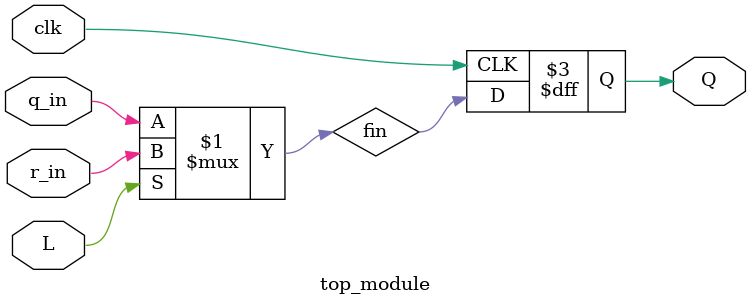
<source format=v>
module top_module (
	input clk,
	input L,
	input r_in,
	input q_in,
	output reg Q);

    wire fin;
    assign fin = (L) ? r_in : q_in;
    always @ (posedge clk) begin
        Q <= fin;
    end
    
endmodule
    

</source>
